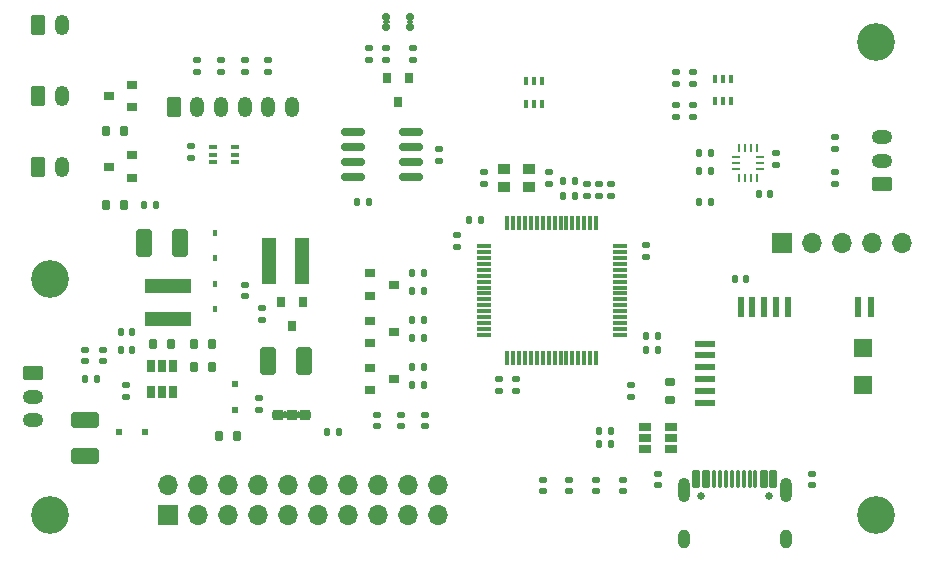
<source format=gbr>
%TF.GenerationSoftware,KiCad,Pcbnew,(5.99.0-9885-g7a8abcadd2)*%
%TF.CreationDate,2021-03-24T01:14:47-05:00*%
%TF.ProjectId,24_control_board,32345f63-6f6e-4747-926f-6c5f626f6172,rev?*%
%TF.SameCoordinates,Original*%
%TF.FileFunction,Soldermask,Bot*%
%TF.FilePolarity,Negative*%
%FSLAX46Y46*%
G04 Gerber Fmt 4.6, Leading zero omitted, Abs format (unit mm)*
G04 Created by KiCad (PCBNEW (5.99.0-9885-g7a8abcadd2)) date 2021-03-24 01:14:47*
%MOMM*%
%LPD*%
G01*
G04 APERTURE LIST*
G04 Aperture macros list*
%AMRoundRect*
0 Rectangle with rounded corners*
0 $1 Rounding radius*
0 $2 $3 $4 $5 $6 $7 $8 $9 X,Y pos of 4 corners*
0 Add a 4 corners polygon primitive as box body*
4,1,4,$2,$3,$4,$5,$6,$7,$8,$9,$2,$3,0*
0 Add four circle primitives for the rounded corners*
1,1,$1+$1,$2,$3*
1,1,$1+$1,$4,$5*
1,1,$1+$1,$6,$7*
1,1,$1+$1,$8,$9*
0 Add four rect primitives between the rounded corners*
20,1,$1+$1,$2,$3,$4,$5,0*
20,1,$1+$1,$4,$5,$6,$7,0*
20,1,$1+$1,$6,$7,$8,$9,0*
20,1,$1+$1,$8,$9,$2,$3,0*%
G04 Aperture macros list end*
%ADD10C,0.150000*%
%ADD11R,1.700000X1.700000*%
%ADD12O,1.700000X1.700000*%
%ADD13RoundRect,0.250000X-0.350000X-0.625000X0.350000X-0.625000X0.350000X0.625000X-0.350000X0.625000X0*%
%ADD14O,1.200000X1.750000*%
%ADD15RoundRect,0.250000X0.625000X-0.350000X0.625000X0.350000X-0.625000X0.350000X-0.625000X-0.350000X0*%
%ADD16O,1.750000X1.200000*%
%ADD17C,3.200000*%
%ADD18R,0.500000X0.500000*%
%ADD19RoundRect,0.125000X0.175000X-0.125000X0.175000X0.125000X-0.175000X0.125000X-0.175000X-0.125000X0*%
%ADD20RoundRect,0.250000X-0.625000X0.350000X-0.625000X-0.350000X0.625000X-0.350000X0.625000X0.350000X0*%
%ADD21RoundRect,0.150000X-0.150000X-0.300000X0.150000X-0.300000X0.150000X0.300000X-0.150000X0.300000X0*%
%ADD22RoundRect,0.125000X-0.175000X0.125000X-0.175000X-0.125000X0.175000X-0.125000X0.175000X0.125000X0*%
%ADD23RoundRect,0.150000X0.150000X0.300000X-0.150000X0.300000X-0.150000X-0.300000X0.150000X-0.300000X0*%
%ADD24RoundRect,0.250000X0.412500X0.925000X-0.412500X0.925000X-0.412500X-0.925000X0.412500X-0.925000X0*%
%ADD25RoundRect,0.125000X-0.125000X-0.175000X0.125000X-0.175000X0.125000X0.175000X-0.125000X0.175000X0*%
%ADD26RoundRect,0.150000X0.300000X-0.150000X0.300000X0.150000X-0.300000X0.150000X-0.300000X-0.150000X0*%
%ADD27RoundRect,0.125000X0.125000X0.175000X-0.125000X0.175000X-0.125000X-0.175000X0.125000X-0.175000X0*%
%ADD28R,0.400000X0.650000*%
%ADD29R,0.650000X0.400000*%
%ADD30R,0.450000X0.600000*%
%ADD31R,0.800000X0.900000*%
%ADD32RoundRect,0.150000X0.150000X-0.175000X0.150000X0.175000X-0.150000X0.175000X-0.150000X-0.175000X0*%
%ADD33R,1.200000X3.900000*%
%ADD34R,3.900000X1.200000*%
%ADD35R,0.900000X0.800000*%
%ADD36R,0.650000X1.060000*%
%ADD37RoundRect,0.150000X0.825000X0.150000X-0.825000X0.150000X-0.825000X-0.150000X0.825000X-0.150000X0*%
%ADD38R,0.250000X0.675000*%
%ADD39R,0.675000X0.250000*%
%ADD40R,1.000000X0.900000*%
%ADD41R,1.800000X0.600000*%
%ADD42R,0.600000X1.800000*%
%ADD43R,1.600000X1.600000*%
%ADD44R,0.300000X1.300480*%
%ADD45R,1.300480X0.300000*%
%ADD46RoundRect,0.225000X-0.250000X-0.225000X0.250000X-0.225000X0.250000X0.225000X-0.250000X0.225000X0*%
%ADD47C,0.650000*%
%ADD48RoundRect,0.075000X0.225000X0.650000X-0.225000X0.650000X-0.225000X-0.650000X0.225000X-0.650000X0*%
%ADD49RoundRect,0.075000X0.075000X0.650000X-0.075000X0.650000X-0.075000X-0.650000X0.075000X-0.650000X0*%
%ADD50O,1.000000X2.100000*%
%ADD51O,1.000000X1.600000*%
%ADD52RoundRect,0.250000X0.925000X-0.412500X0.925000X0.412500X-0.925000X0.412500X-0.925000X-0.412500X0*%
%ADD53R,1.060000X0.650000*%
G04 APERTURE END LIST*
D10*
%TO.C,JP701*%
X124700000Y-73300000D02*
X124700000Y-73200000D01*
X124700000Y-73200000D02*
X124300000Y-73200000D01*
X124300000Y-73200000D02*
X124300000Y-73300000D01*
X124300000Y-73300000D02*
X124700000Y-73300000D01*
G36*
X124700000Y-73300000D02*
G01*
X124300000Y-73300000D01*
X124300000Y-73200000D01*
X124700000Y-73200000D01*
X124700000Y-73300000D01*
G37*
X124700000Y-73300000D02*
X124300000Y-73300000D01*
X124300000Y-73200000D01*
X124700000Y-73200000D01*
X124700000Y-73300000D01*
%TO.C,JP702*%
X126700000Y-73300000D02*
X126700000Y-73200000D01*
X126700000Y-73200000D02*
X126300000Y-73200000D01*
X126300000Y-73200000D02*
X126300000Y-73300000D01*
X126300000Y-73300000D02*
X126700000Y-73300000D01*
G36*
X126700000Y-73300000D02*
G01*
X126300000Y-73300000D01*
X126300000Y-73200000D01*
X126700000Y-73200000D01*
X126700000Y-73300000D01*
G37*
X126700000Y-73300000D02*
X126300000Y-73300000D01*
X126300000Y-73200000D01*
X126700000Y-73200000D01*
X126700000Y-73300000D01*
%TO.C,JP901*%
X115875000Y-106750000D02*
X115975000Y-106750000D01*
X115975000Y-106750000D02*
X115975000Y-106250000D01*
X115975000Y-106250000D02*
X115875000Y-106250000D01*
X115875000Y-106250000D02*
X115875000Y-106750000D01*
G36*
X115975000Y-106750000D02*
G01*
X115875000Y-106750000D01*
X115875000Y-106250000D01*
X115975000Y-106250000D01*
X115975000Y-106750000D01*
G37*
X115975000Y-106750000D02*
X115875000Y-106750000D01*
X115875000Y-106250000D01*
X115975000Y-106250000D01*
X115975000Y-106750000D01*
X117025000Y-106750000D02*
X117125000Y-106750000D01*
X117125000Y-106750000D02*
X117125000Y-106250000D01*
X117125000Y-106250000D02*
X117025000Y-106250000D01*
X117025000Y-106250000D02*
X117025000Y-106750000D01*
G36*
X117125000Y-106750000D02*
G01*
X117025000Y-106750000D01*
X117025000Y-106250000D01*
X117125000Y-106250000D01*
X117125000Y-106750000D01*
G37*
X117125000Y-106750000D02*
X117025000Y-106750000D01*
X117025000Y-106250000D01*
X117125000Y-106250000D01*
X117125000Y-106750000D01*
%TD*%
D11*
%TO.C,J501*%
X158000000Y-92000000D03*
D12*
X160540000Y-92000000D03*
X163080000Y-92000000D03*
X165620000Y-92000000D03*
X168160000Y-92000000D03*
%TD*%
D13*
%TO.C,J601*%
X95000000Y-73500000D03*
D14*
X97000000Y-73500000D03*
%TD*%
D15*
%TO.C,K101*%
X166500000Y-87000000D03*
D16*
X166500000Y-85000000D03*
X166500000Y-83000000D03*
%TD*%
D17*
%TO.C,MK101*%
X96000000Y-115000000D03*
%TD*%
%TO.C,MK102*%
X166000000Y-115000000D03*
%TD*%
%TO.C,MK103*%
X166000000Y-75000000D03*
%TD*%
%TO.C,MK104*%
X96000000Y-95000000D03*
%TD*%
D13*
%TO.C,J602*%
X95000000Y-85500000D03*
D14*
X97000000Y-85500000D03*
%TD*%
D13*
%TO.C,J603*%
X95000000Y-79500000D03*
D14*
X97000000Y-79500000D03*
%TD*%
D18*
%TO.C,D1*%
X111700000Y-106100000D03*
X111700000Y-103900000D03*
%TD*%
D19*
%TO.C,R2*%
X113700000Y-106100000D03*
X113700000Y-105100000D03*
%TD*%
D13*
%TO.C,P104*%
X106500000Y-80500000D03*
D14*
X108500000Y-80500000D03*
X110500000Y-80500000D03*
X112500000Y-80500000D03*
X114500000Y-80500000D03*
X116500000Y-80500000D03*
%TD*%
D20*
%TO.C,K1*%
X94550000Y-103000000D03*
D16*
X94550000Y-105000000D03*
X94550000Y-107000000D03*
%TD*%
D21*
%TO.C,R3*%
X110330000Y-108330000D03*
X111830000Y-108330000D03*
%TD*%
D22*
%TO.C,C101*%
X162500000Y-83000000D03*
X162500000Y-84000000D03*
%TD*%
D19*
%TO.C,C102*%
X108000000Y-84750000D03*
X108000000Y-83750000D03*
%TD*%
D21*
%TO.C,C201*%
X108250000Y-102500000D03*
X109750000Y-102500000D03*
%TD*%
D22*
%TO.C,C202*%
X112500000Y-95500000D03*
X112500000Y-96500000D03*
%TD*%
D23*
%TO.C,C203*%
X106250000Y-100500000D03*
X104750000Y-100500000D03*
%TD*%
D19*
%TO.C,C204*%
X114000000Y-98500000D03*
X114000000Y-97500000D03*
%TD*%
D22*
%TO.C,C205*%
X102500000Y-104000000D03*
X102500000Y-105000000D03*
%TD*%
D24*
%TO.C,C206*%
X117537500Y-102000000D03*
X114462500Y-102000000D03*
%TD*%
D25*
%TO.C,C207*%
X102000000Y-101000000D03*
X103000000Y-101000000D03*
%TD*%
%TO.C,C208*%
X102000000Y-99500000D03*
X103000000Y-99500000D03*
%TD*%
D24*
%TO.C,C209*%
X107037500Y-92000000D03*
X103962500Y-92000000D03*
%TD*%
D22*
%TO.C,C210*%
X100500000Y-101000000D03*
X100500000Y-102000000D03*
%TD*%
D26*
%TO.C,C301*%
X148500000Y-105250000D03*
X148500000Y-103750000D03*
%TD*%
D19*
%TO.C,C501*%
X135500000Y-104500000D03*
X135500000Y-103500000D03*
%TD*%
D25*
%TO.C,C502*%
X139500000Y-88000000D03*
X140500000Y-88000000D03*
%TD*%
D27*
%TO.C,C503*%
X147500000Y-99875000D03*
X146500000Y-99875000D03*
%TD*%
D25*
%TO.C,C504*%
X139500000Y-86750000D03*
X140500000Y-86750000D03*
%TD*%
D19*
%TO.C,C505*%
X132750000Y-87000000D03*
X132750000Y-86000000D03*
%TD*%
D27*
%TO.C,C506*%
X152000000Y-88500000D03*
X151000000Y-88500000D03*
%TD*%
D19*
%TO.C,C507*%
X138250000Y-87000000D03*
X138250000Y-86000000D03*
%TD*%
%TO.C,C508*%
X130500000Y-92300000D03*
X130500000Y-91300000D03*
%TD*%
D22*
%TO.C,C509*%
X146500000Y-92125000D03*
X146500000Y-93125000D03*
%TD*%
D25*
%TO.C,C510*%
X131500000Y-90000000D03*
X132500000Y-90000000D03*
%TD*%
D19*
%TO.C,C511*%
X134000000Y-104500000D03*
X134000000Y-103500000D03*
%TD*%
D27*
%TO.C,C512*%
X147500000Y-101000000D03*
X146500000Y-101000000D03*
%TD*%
D22*
%TO.C,C701*%
X123000000Y-75500000D03*
X123000000Y-76500000D03*
%TD*%
D19*
%TO.C,C702*%
X129000000Y-85000000D03*
X129000000Y-84000000D03*
%TD*%
D25*
%TO.C,C703*%
X122000000Y-88500000D03*
X123000000Y-88500000D03*
%TD*%
D27*
%TO.C,C801*%
X157012480Y-87849990D03*
X156012480Y-87849990D03*
%TD*%
D19*
%TO.C,C802*%
X157512480Y-85349990D03*
X157512480Y-84349990D03*
%TD*%
D25*
%TO.C,C901*%
X119500000Y-108000000D03*
X120500000Y-108000000D03*
%TD*%
D19*
%TO.C,C902*%
X145250000Y-105000000D03*
X145250000Y-104000000D03*
%TD*%
D21*
%TO.C,C907*%
X108250000Y-100500000D03*
X109750000Y-100500000D03*
%TD*%
%TO.C,C909*%
X100750000Y-82500000D03*
X102250000Y-82500000D03*
%TD*%
D27*
%TO.C,C1001*%
X127650000Y-96000000D03*
X126650000Y-96000000D03*
%TD*%
%TO.C,C1002*%
X127650000Y-100000000D03*
X126650000Y-100000000D03*
%TD*%
%TO.C,C1003*%
X127650000Y-104000000D03*
X126650000Y-104000000D03*
%TD*%
D19*
%TO.C,C1004*%
X141500000Y-88000000D03*
X141500000Y-87000000D03*
%TD*%
%TO.C,C1005*%
X142500000Y-88000000D03*
X142500000Y-87000000D03*
%TD*%
%TO.C,C1006*%
X143500000Y-88000000D03*
X143500000Y-87000000D03*
%TD*%
D28*
%TO.C,D102*%
X153650000Y-79950000D03*
X153000000Y-79950000D03*
X152350000Y-79950000D03*
X152350000Y-78050000D03*
X153000000Y-78050000D03*
X153650000Y-78050000D03*
%TD*%
D29*
%TO.C,D103*%
X109800000Y-85150000D03*
X109800000Y-84500000D03*
X109800000Y-83850000D03*
X111700000Y-83850000D03*
X111700000Y-84500000D03*
X111700000Y-85150000D03*
%TD*%
D30*
%TO.C,D201*%
X110000000Y-95450000D03*
X110000000Y-97550000D03*
%TD*%
D28*
%TO.C,D504*%
X137650000Y-80200000D03*
X137000000Y-80200000D03*
X136350000Y-80200000D03*
X136350000Y-78300000D03*
X137000000Y-78300000D03*
X137650000Y-78300000D03*
%TD*%
D31*
%TO.C,D701*%
X124550000Y-78000000D03*
X126450000Y-78000000D03*
X125500000Y-80000000D03*
%TD*%
D32*
%TO.C,JP701*%
X124500000Y-73675000D03*
X124500000Y-72825000D03*
%TD*%
%TO.C,JP702*%
X126500000Y-73675000D03*
X126500000Y-72825000D03*
%TD*%
D33*
%TO.C,L201*%
X117400000Y-93500000D03*
X114600000Y-93500000D03*
%TD*%
D34*
%TO.C,L202*%
X106000000Y-95600000D03*
X106000000Y-98400000D03*
%TD*%
D35*
%TO.C,Q601*%
X103000000Y-84550000D03*
X103000000Y-86450000D03*
X101000000Y-85500000D03*
%TD*%
%TO.C,Q602*%
X103000000Y-78560000D03*
X103000000Y-80460000D03*
X101000000Y-79510000D03*
%TD*%
%TO.C,Q1001*%
X123150000Y-96450000D03*
X123150000Y-94550000D03*
X125150000Y-95500000D03*
%TD*%
%TO.C,Q1002*%
X123150000Y-100450000D03*
X123150000Y-98550000D03*
X125150000Y-99500000D03*
%TD*%
%TO.C,Q1003*%
X123150000Y-104450000D03*
X123150000Y-102550000D03*
X125150000Y-103500000D03*
%TD*%
D19*
%TO.C,R101*%
X149000000Y-78500000D03*
X149000000Y-77500000D03*
%TD*%
D22*
%TO.C,R102*%
X162500000Y-86000000D03*
X162500000Y-87000000D03*
%TD*%
D19*
%TO.C,R103*%
X150500000Y-78500000D03*
X150500000Y-77500000D03*
%TD*%
D22*
%TO.C,R104*%
X149000000Y-80300000D03*
X149000000Y-81300000D03*
%TD*%
%TO.C,R105*%
X150500000Y-80300000D03*
X150500000Y-81300000D03*
%TD*%
D19*
%TO.C,R106*%
X110500000Y-77500000D03*
X110500000Y-76500000D03*
%TD*%
%TO.C,R107*%
X112500000Y-77500000D03*
X112500000Y-76500000D03*
%TD*%
%TO.C,R108*%
X114500000Y-77500000D03*
X114500000Y-76500000D03*
%TD*%
%TO.C,R109*%
X108500000Y-77500000D03*
X108500000Y-76500000D03*
%TD*%
D22*
%TO.C,R201*%
X99000000Y-101000000D03*
X99000000Y-102000000D03*
%TD*%
D25*
%TO.C,R202*%
X99000000Y-103500000D03*
X100000000Y-103500000D03*
%TD*%
%TO.C,R401*%
X142500000Y-107930000D03*
X143500000Y-107930000D03*
%TD*%
%TO.C,R402*%
X142500000Y-109000000D03*
X143500000Y-109000000D03*
%TD*%
D22*
%TO.C,R403*%
X147500000Y-111500000D03*
X147500000Y-112500000D03*
%TD*%
%TO.C,R404*%
X160500000Y-111500000D03*
X160500000Y-112500000D03*
%TD*%
D19*
%TO.C,R501*%
X144500000Y-113000000D03*
X144500000Y-112000000D03*
%TD*%
%TO.C,R502*%
X142250000Y-113000000D03*
X142250000Y-112000000D03*
%TD*%
%TO.C,R503*%
X140000000Y-113000000D03*
X140000000Y-112000000D03*
%TD*%
%TO.C,R504*%
X137750000Y-113000000D03*
X137750000Y-112000000D03*
%TD*%
%TO.C,R701*%
X124500000Y-76500000D03*
X124500000Y-75500000D03*
%TD*%
%TO.C,R702*%
X126750000Y-76500000D03*
X126750000Y-75500000D03*
%TD*%
D27*
%TO.C,R801*%
X152012480Y-84349990D03*
X151012480Y-84349990D03*
%TD*%
%TO.C,R802*%
X152012480Y-85849990D03*
X151012480Y-85849990D03*
%TD*%
D23*
%TO.C,R901*%
X102250000Y-88750000D03*
X100750000Y-88750000D03*
%TD*%
D25*
%TO.C,R902*%
X104000000Y-88750000D03*
X105000000Y-88750000D03*
%TD*%
D22*
%TO.C,R1001*%
X123750000Y-106500000D03*
X123750000Y-107500000D03*
%TD*%
%TO.C,R1002*%
X125750000Y-106500000D03*
X125750000Y-107500000D03*
%TD*%
%TO.C,R1003*%
X127750000Y-106500000D03*
X127750000Y-107500000D03*
%TD*%
D31*
%TO.C,U201*%
X115550000Y-97000000D03*
X117450000Y-97000000D03*
X116500000Y-99000000D03*
%TD*%
D36*
%TO.C,U202*%
X104550000Y-102400000D03*
X105500000Y-102400000D03*
X106450000Y-102400000D03*
X106450000Y-104600000D03*
X105500000Y-104600000D03*
X104550000Y-104600000D03*
%TD*%
D37*
%TO.C,U701*%
X126615000Y-82565000D03*
X126615000Y-83835000D03*
X126615000Y-85105000D03*
X126615000Y-86375000D03*
X121665000Y-86375000D03*
X121665000Y-85105000D03*
X121665000Y-83835000D03*
X121665000Y-82565000D03*
%TD*%
D38*
%TO.C,U801*%
X154362480Y-83937490D03*
X154862480Y-83937490D03*
X155362480Y-83937490D03*
X155862480Y-83937490D03*
D39*
X156124980Y-84699990D03*
X156124980Y-85199990D03*
X156124980Y-85699990D03*
D38*
X155862480Y-86462490D03*
X155362480Y-86462490D03*
X154862480Y-86462490D03*
X154362480Y-86462490D03*
D39*
X154099980Y-85699990D03*
X154099980Y-85199990D03*
X154099980Y-84699990D03*
%TD*%
D40*
%TO.C,X501*%
X136575000Y-87275000D03*
X134425000Y-87275000D03*
X134425000Y-85725000D03*
X136575000Y-85725000D03*
%TD*%
D41*
%TO.C,U301*%
X151500000Y-105500000D03*
X151500000Y-104500000D03*
X151500000Y-103500000D03*
X151500000Y-102500000D03*
X151500000Y-101500000D03*
X151500000Y-100500000D03*
D42*
X154500000Y-97400000D03*
X155500000Y-97400000D03*
X156500000Y-97400000D03*
X157500000Y-97400000D03*
X158500000Y-97400000D03*
X164400000Y-97400000D03*
X165550000Y-97400000D03*
D43*
X164900000Y-100900000D03*
X164900000Y-104000000D03*
%TD*%
D44*
%TO.C,U501*%
X134750960Y-90249440D03*
X135248800Y-90249440D03*
X135749180Y-90249440D03*
X136249560Y-90249440D03*
X136749940Y-90249440D03*
X137250320Y-90249440D03*
X137750700Y-90249440D03*
X138251080Y-90249440D03*
X138748920Y-90249440D03*
X139249300Y-90249440D03*
X139749680Y-90249440D03*
X140250060Y-90249440D03*
X140750440Y-90249440D03*
X141250820Y-90249440D03*
X141751200Y-90249440D03*
X142249040Y-90249440D03*
D45*
X144250560Y-92250960D03*
X144250560Y-92748800D03*
X144250560Y-93249180D03*
X144250560Y-93749560D03*
X144250560Y-94249940D03*
X144250560Y-94750320D03*
X144250560Y-95250700D03*
X144250560Y-95751080D03*
X144250560Y-96248920D03*
X144250560Y-96749300D03*
X144250560Y-97249680D03*
X144250560Y-97750060D03*
X144250560Y-98250440D03*
X144250560Y-98750820D03*
X144250560Y-99251200D03*
X144250560Y-99749040D03*
D44*
X142249040Y-101750560D03*
X141751200Y-101750560D03*
X141250820Y-101750560D03*
X140750440Y-101750560D03*
X140250060Y-101750560D03*
X139749680Y-101750560D03*
X139249300Y-101750560D03*
X138748920Y-101750560D03*
X138251080Y-101750560D03*
X137750700Y-101750560D03*
X137250320Y-101750560D03*
X136749940Y-101750560D03*
X136249560Y-101750560D03*
X135749180Y-101750560D03*
X135248800Y-101750560D03*
X134750960Y-101750560D03*
D45*
X132749440Y-99749040D03*
X132749440Y-99251200D03*
X132749440Y-98750820D03*
X132749440Y-98250440D03*
X132749440Y-97750060D03*
X132749440Y-97249680D03*
X132749440Y-96749300D03*
X132749440Y-96248920D03*
X132749440Y-95751080D03*
X132749440Y-95250700D03*
X132749440Y-94750320D03*
X132749440Y-94249940D03*
X132749440Y-93749560D03*
X132749440Y-93249180D03*
X132749440Y-92748800D03*
X132749440Y-92250960D03*
%TD*%
D46*
%TO.C,JP901*%
X115350000Y-106500000D03*
X116500000Y-106500000D03*
X117650000Y-106500000D03*
%TD*%
D27*
%TO.C,R1004*%
X127650000Y-94500000D03*
X126650000Y-94500000D03*
%TD*%
%TO.C,R1005*%
X127650000Y-98500000D03*
X126650000Y-98500000D03*
%TD*%
%TO.C,R1006*%
X127650000Y-102500000D03*
X126650000Y-102500000D03*
%TD*%
D47*
%TO.C,J401*%
X156890000Y-113400000D03*
X151110000Y-113400000D03*
D48*
X157250000Y-111955000D03*
X156450000Y-111955000D03*
D49*
X155250000Y-111955000D03*
X154250000Y-111955000D03*
X153750000Y-111955000D03*
X152750000Y-111955000D03*
D48*
X151550000Y-111955000D03*
X150750000Y-111955000D03*
X150750000Y-111955000D03*
X151550000Y-111955000D03*
D49*
X152250000Y-111955000D03*
X153250000Y-111955000D03*
X154750000Y-111955000D03*
X155750000Y-111955000D03*
D48*
X156450000Y-111955000D03*
X157250000Y-111955000D03*
D50*
X158320000Y-112870000D03*
X149680000Y-112870000D03*
D51*
X158320000Y-117050000D03*
X149680000Y-117050000D03*
%TD*%
D11*
%TO.C,J901*%
X106000000Y-115000000D03*
D12*
X106000000Y-112460000D03*
X108540000Y-115000000D03*
X108540000Y-112460000D03*
X111080000Y-115000000D03*
X111080000Y-112460000D03*
X113620000Y-115000000D03*
X113620000Y-112460000D03*
X116160000Y-115000000D03*
X116160000Y-112460000D03*
X118700000Y-115000000D03*
X118700000Y-112460000D03*
X121240000Y-115000000D03*
X121240000Y-112460000D03*
X123780000Y-115000000D03*
X123780000Y-112460000D03*
X126320000Y-115000000D03*
X126320000Y-112460000D03*
X128860000Y-115000000D03*
X128860000Y-112460000D03*
%TD*%
D18*
%TO.C,D101*%
X104100000Y-108000000D03*
X101900000Y-108000000D03*
%TD*%
D52*
%TO.C,C910*%
X99000000Y-110037500D03*
X99000000Y-106962500D03*
%TD*%
D30*
%TO.C,D202*%
X110000000Y-93250000D03*
X110000000Y-91150000D03*
%TD*%
D53*
%TO.C,U402*%
X148600000Y-107550000D03*
X148600000Y-108500000D03*
X148600000Y-109450000D03*
X146400000Y-109450000D03*
X146400000Y-108500000D03*
X146400000Y-107550000D03*
%TD*%
D27*
%TO.C,R1*%
X154979280Y-95000000D03*
X153979280Y-95000000D03*
%TD*%
M02*

</source>
